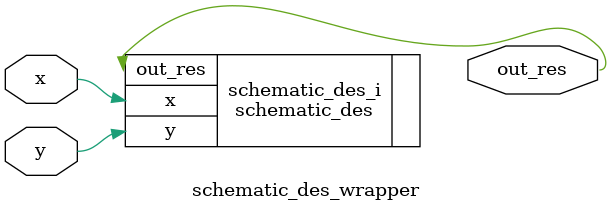
<source format=v>
`timescale 1 ps / 1 ps

module schematic_des_wrapper
   (out_res,
    x,
    y);
  output [0:0]out_res;
  input x;
  input y;

  wire [0:0]out_res;
  wire x;
  wire y;

  schematic_des schematic_des_i
       (.out_res(out_res),
        .x(x),
        .y(y));
endmodule

</source>
